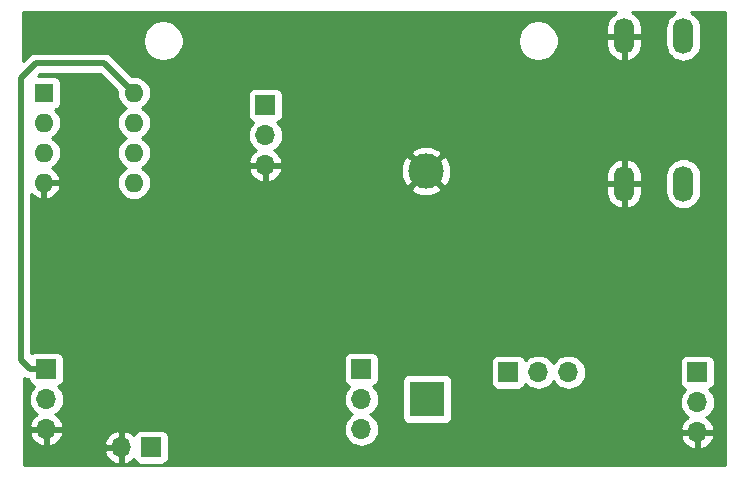
<source format=gbr>
G04 #@! TF.GenerationSoftware,KiCad,Pcbnew,(5.1.2-1)-1*
G04 #@! TF.CreationDate,2020-01-28T06:09:07-07:00*
G04 #@! TF.ProjectId,tiny_stick,74696e79-5f73-4746-9963-6b2e6b696361,rev?*
G04 #@! TF.SameCoordinates,Original*
G04 #@! TF.FileFunction,Copper,L2,Bot*
G04 #@! TF.FilePolarity,Positive*
%FSLAX46Y46*%
G04 Gerber Fmt 4.6, Leading zero omitted, Abs format (unit mm)*
G04 Created by KiCad (PCBNEW (5.1.2-1)-1) date 2020-01-28 06:09:07*
%MOMM*%
%LPD*%
G04 APERTURE LIST*
%ADD10O,1.600000X1.600000*%
%ADD11R,1.600000X1.600000*%
%ADD12O,1.727200X3.048000*%
%ADD13O,1.700000X1.700000*%
%ADD14R,1.700000X1.700000*%
%ADD15R,3.000000X3.000000*%
%ADD16C,3.000000*%
%ADD17C,0.508000*%
%ADD18C,0.254000*%
G04 APERTURE END LIST*
D10*
X95300800Y-72364600D03*
X87680800Y-79984600D03*
X95300800Y-74904600D03*
X87680800Y-77444600D03*
X95300800Y-77444600D03*
X87680800Y-74904600D03*
X95300800Y-79984600D03*
D11*
X87680800Y-72364600D03*
D12*
X136808200Y-67564000D03*
X141808200Y-67564000D03*
X136808200Y-80064000D03*
X141808200Y-80064000D03*
D13*
X132080000Y-96012000D03*
X129540000Y-96012000D03*
D14*
X127000000Y-96012000D03*
D13*
X106426000Y-78486000D03*
X106426000Y-75946000D03*
D14*
X106426000Y-73406000D03*
D13*
X114554000Y-100838000D03*
X114554000Y-98298000D03*
D14*
X114554000Y-95758000D03*
D13*
X94234000Y-102362000D03*
D14*
X96774000Y-102362000D03*
D13*
X143002000Y-101092000D03*
X143002000Y-98552000D03*
D14*
X143002000Y-96012000D03*
D13*
X87884000Y-100838000D03*
X87884000Y-98298000D03*
D14*
X87884000Y-95758000D03*
D15*
X120142000Y-98298000D03*
D16*
X120042000Y-78998000D03*
D17*
X94500801Y-71564601D02*
X95300800Y-72364600D01*
X94046799Y-71110599D02*
X94500801Y-71564601D01*
X92786200Y-69850000D02*
X94500801Y-71564601D01*
X86995000Y-69850000D02*
X92786200Y-69850000D01*
X85725000Y-94957000D02*
X85725000Y-71120000D01*
X85725000Y-71120000D02*
X86995000Y-69850000D01*
X86526000Y-95758000D02*
X85725000Y-94957000D01*
X87884000Y-95758000D02*
X86526000Y-95758000D01*
D18*
G36*
X136081219Y-65587002D02*
G01*
X135838332Y-65754127D01*
X135632717Y-65965426D01*
X135472275Y-66212778D01*
X135363172Y-66486678D01*
X135309600Y-66776600D01*
X135309600Y-67437000D01*
X136681200Y-67437000D01*
X136681200Y-67417000D01*
X136935200Y-67417000D01*
X136935200Y-67437000D01*
X138306800Y-67437000D01*
X138306800Y-66776600D01*
X138253228Y-66486678D01*
X138144125Y-66212778D01*
X137983683Y-65965426D01*
X137778068Y-65754127D01*
X137535181Y-65587002D01*
X137465454Y-65557000D01*
X141148450Y-65557000D01*
X140971595Y-65651531D01*
X140743404Y-65838803D01*
X140556132Y-66066994D01*
X140416975Y-66327336D01*
X140331284Y-66609823D01*
X140309600Y-66829981D01*
X140309600Y-68298018D01*
X140331284Y-68518176D01*
X140416975Y-68800663D01*
X140556131Y-69061005D01*
X140743403Y-69289197D01*
X140971594Y-69476469D01*
X141231936Y-69615625D01*
X141514423Y-69701316D01*
X141808200Y-69730251D01*
X142101976Y-69701316D01*
X142384463Y-69615625D01*
X142644805Y-69476469D01*
X142872997Y-69289197D01*
X143060269Y-69061006D01*
X143199425Y-68800664D01*
X143285116Y-68518177D01*
X143306800Y-68298019D01*
X143306800Y-66829981D01*
X143285116Y-66609823D01*
X143199425Y-66327336D01*
X143060269Y-66066994D01*
X142872997Y-65838803D01*
X142644806Y-65651531D01*
X142467951Y-65557000D01*
X145390000Y-65557000D01*
X145390001Y-103886000D01*
X86042083Y-103886000D01*
X86038244Y-102718891D01*
X92792519Y-102718891D01*
X92889843Y-102993252D01*
X93038822Y-103243355D01*
X93233731Y-103459588D01*
X93467080Y-103633641D01*
X93729901Y-103758825D01*
X93877110Y-103803476D01*
X94107000Y-103682155D01*
X94107000Y-102489000D01*
X92913186Y-102489000D01*
X92792519Y-102718891D01*
X86038244Y-102718891D01*
X86033231Y-101194890D01*
X86442524Y-101194890D01*
X86487175Y-101342099D01*
X86612359Y-101604920D01*
X86786412Y-101838269D01*
X87002645Y-102033178D01*
X87252748Y-102182157D01*
X87527109Y-102279481D01*
X87757000Y-102158814D01*
X87757000Y-100965000D01*
X88011000Y-100965000D01*
X88011000Y-102158814D01*
X88240891Y-102279481D01*
X88515252Y-102182157D01*
X88765355Y-102033178D01*
X88796494Y-102005109D01*
X92792519Y-102005109D01*
X92913186Y-102235000D01*
X94107000Y-102235000D01*
X94107000Y-101041845D01*
X94361000Y-101041845D01*
X94361000Y-102235000D01*
X94381000Y-102235000D01*
X94381000Y-102489000D01*
X94361000Y-102489000D01*
X94361000Y-103682155D01*
X94590890Y-103803476D01*
X94738099Y-103758825D01*
X95000920Y-103633641D01*
X95234269Y-103459588D01*
X95310034Y-103375534D01*
X95334498Y-103456180D01*
X95393463Y-103566494D01*
X95472815Y-103663185D01*
X95569506Y-103742537D01*
X95679820Y-103801502D01*
X95799518Y-103837812D01*
X95924000Y-103850072D01*
X97624000Y-103850072D01*
X97748482Y-103837812D01*
X97868180Y-103801502D01*
X97978494Y-103742537D01*
X98075185Y-103663185D01*
X98154537Y-103566494D01*
X98213502Y-103456180D01*
X98249812Y-103336482D01*
X98262072Y-103212000D01*
X98262072Y-101512000D01*
X98249812Y-101387518D01*
X98213502Y-101267820D01*
X98154537Y-101157506D01*
X98075185Y-101060815D01*
X97978494Y-100981463D01*
X97868180Y-100922498D01*
X97748482Y-100886188D01*
X97624000Y-100873928D01*
X95924000Y-100873928D01*
X95799518Y-100886188D01*
X95679820Y-100922498D01*
X95569506Y-100981463D01*
X95472815Y-101060815D01*
X95393463Y-101157506D01*
X95334498Y-101267820D01*
X95310034Y-101348466D01*
X95234269Y-101264412D01*
X95000920Y-101090359D01*
X94738099Y-100965175D01*
X94590890Y-100920524D01*
X94361000Y-101041845D01*
X94107000Y-101041845D01*
X93877110Y-100920524D01*
X93729901Y-100965175D01*
X93467080Y-101090359D01*
X93233731Y-101264412D01*
X93038822Y-101480645D01*
X92889843Y-101730748D01*
X92792519Y-102005109D01*
X88796494Y-102005109D01*
X88981588Y-101838269D01*
X89155641Y-101604920D01*
X89280825Y-101342099D01*
X89325476Y-101194890D01*
X89204155Y-100965000D01*
X88011000Y-100965000D01*
X87757000Y-100965000D01*
X86563845Y-100965000D01*
X86442524Y-101194890D01*
X86033231Y-101194890D01*
X86017757Y-96490944D01*
X86029709Y-96500753D01*
X86184149Y-96583303D01*
X86265566Y-96608000D01*
X86351725Y-96634136D01*
X86370073Y-96635943D01*
X86398960Y-96638788D01*
X86408188Y-96732482D01*
X86444498Y-96852180D01*
X86503463Y-96962494D01*
X86582815Y-97059185D01*
X86679506Y-97138537D01*
X86789820Y-97197502D01*
X86858687Y-97218393D01*
X86828866Y-97242866D01*
X86643294Y-97468986D01*
X86505401Y-97726966D01*
X86420487Y-98006889D01*
X86391815Y-98298000D01*
X86420487Y-98589111D01*
X86505401Y-98869034D01*
X86643294Y-99127014D01*
X86828866Y-99353134D01*
X87054986Y-99538706D01*
X87119523Y-99573201D01*
X87002645Y-99642822D01*
X86786412Y-99837731D01*
X86612359Y-100071080D01*
X86487175Y-100333901D01*
X86442524Y-100481110D01*
X86563845Y-100711000D01*
X87757000Y-100711000D01*
X87757000Y-100691000D01*
X88011000Y-100691000D01*
X88011000Y-100711000D01*
X89204155Y-100711000D01*
X89325476Y-100481110D01*
X89280825Y-100333901D01*
X89155641Y-100071080D01*
X88981588Y-99837731D01*
X88765355Y-99642822D01*
X88648477Y-99573201D01*
X88713014Y-99538706D01*
X88939134Y-99353134D01*
X89124706Y-99127014D01*
X89262599Y-98869034D01*
X89347513Y-98589111D01*
X89376185Y-98298000D01*
X113061815Y-98298000D01*
X113090487Y-98589111D01*
X113175401Y-98869034D01*
X113313294Y-99127014D01*
X113498866Y-99353134D01*
X113724986Y-99538706D01*
X113779791Y-99568000D01*
X113724986Y-99597294D01*
X113498866Y-99782866D01*
X113313294Y-100008986D01*
X113175401Y-100266966D01*
X113090487Y-100546889D01*
X113061815Y-100838000D01*
X113090487Y-101129111D01*
X113175401Y-101409034D01*
X113313294Y-101667014D01*
X113498866Y-101893134D01*
X113724986Y-102078706D01*
X113982966Y-102216599D01*
X114262889Y-102301513D01*
X114481050Y-102323000D01*
X114626950Y-102323000D01*
X114845111Y-102301513D01*
X115125034Y-102216599D01*
X115383014Y-102078706D01*
X115609134Y-101893134D01*
X115794706Y-101667014D01*
X115911295Y-101448890D01*
X141560524Y-101448890D01*
X141605175Y-101596099D01*
X141730359Y-101858920D01*
X141904412Y-102092269D01*
X142120645Y-102287178D01*
X142370748Y-102436157D01*
X142645109Y-102533481D01*
X142875000Y-102412814D01*
X142875000Y-101219000D01*
X143129000Y-101219000D01*
X143129000Y-102412814D01*
X143358891Y-102533481D01*
X143633252Y-102436157D01*
X143883355Y-102287178D01*
X144099588Y-102092269D01*
X144273641Y-101858920D01*
X144398825Y-101596099D01*
X144443476Y-101448890D01*
X144322155Y-101219000D01*
X143129000Y-101219000D01*
X142875000Y-101219000D01*
X141681845Y-101219000D01*
X141560524Y-101448890D01*
X115911295Y-101448890D01*
X115932599Y-101409034D01*
X116017513Y-101129111D01*
X116046185Y-100838000D01*
X116017513Y-100546889D01*
X115932599Y-100266966D01*
X115794706Y-100008986D01*
X115609134Y-99782866D01*
X115383014Y-99597294D01*
X115328209Y-99568000D01*
X115383014Y-99538706D01*
X115609134Y-99353134D01*
X115794706Y-99127014D01*
X115932599Y-98869034D01*
X116017513Y-98589111D01*
X116046185Y-98298000D01*
X116017513Y-98006889D01*
X115932599Y-97726966D01*
X115794706Y-97468986D01*
X115609134Y-97242866D01*
X115579313Y-97218393D01*
X115648180Y-97197502D01*
X115758494Y-97138537D01*
X115855185Y-97059185D01*
X115934537Y-96962494D01*
X115993502Y-96852180D01*
X116009937Y-96798000D01*
X118003928Y-96798000D01*
X118003928Y-99798000D01*
X118016188Y-99922482D01*
X118052498Y-100042180D01*
X118111463Y-100152494D01*
X118190815Y-100249185D01*
X118287506Y-100328537D01*
X118397820Y-100387502D01*
X118517518Y-100423812D01*
X118642000Y-100436072D01*
X121642000Y-100436072D01*
X121766482Y-100423812D01*
X121886180Y-100387502D01*
X121996494Y-100328537D01*
X122093185Y-100249185D01*
X122172537Y-100152494D01*
X122231502Y-100042180D01*
X122267812Y-99922482D01*
X122280072Y-99798000D01*
X122280072Y-98552000D01*
X141509815Y-98552000D01*
X141538487Y-98843111D01*
X141623401Y-99123034D01*
X141761294Y-99381014D01*
X141946866Y-99607134D01*
X142172986Y-99792706D01*
X142237523Y-99827201D01*
X142120645Y-99896822D01*
X141904412Y-100091731D01*
X141730359Y-100325080D01*
X141605175Y-100587901D01*
X141560524Y-100735110D01*
X141681845Y-100965000D01*
X142875000Y-100965000D01*
X142875000Y-100945000D01*
X143129000Y-100945000D01*
X143129000Y-100965000D01*
X144322155Y-100965000D01*
X144443476Y-100735110D01*
X144398825Y-100587901D01*
X144273641Y-100325080D01*
X144099588Y-100091731D01*
X143883355Y-99896822D01*
X143766477Y-99827201D01*
X143831014Y-99792706D01*
X144057134Y-99607134D01*
X144242706Y-99381014D01*
X144380599Y-99123034D01*
X144465513Y-98843111D01*
X144494185Y-98552000D01*
X144465513Y-98260889D01*
X144380599Y-97980966D01*
X144242706Y-97722986D01*
X144057134Y-97496866D01*
X144027313Y-97472393D01*
X144096180Y-97451502D01*
X144206494Y-97392537D01*
X144303185Y-97313185D01*
X144382537Y-97216494D01*
X144441502Y-97106180D01*
X144477812Y-96986482D01*
X144490072Y-96862000D01*
X144490072Y-95162000D01*
X144477812Y-95037518D01*
X144441502Y-94917820D01*
X144382537Y-94807506D01*
X144303185Y-94710815D01*
X144206494Y-94631463D01*
X144096180Y-94572498D01*
X143976482Y-94536188D01*
X143852000Y-94523928D01*
X142152000Y-94523928D01*
X142027518Y-94536188D01*
X141907820Y-94572498D01*
X141797506Y-94631463D01*
X141700815Y-94710815D01*
X141621463Y-94807506D01*
X141562498Y-94917820D01*
X141526188Y-95037518D01*
X141513928Y-95162000D01*
X141513928Y-96862000D01*
X141526188Y-96986482D01*
X141562498Y-97106180D01*
X141621463Y-97216494D01*
X141700815Y-97313185D01*
X141797506Y-97392537D01*
X141907820Y-97451502D01*
X141976687Y-97472393D01*
X141946866Y-97496866D01*
X141761294Y-97722986D01*
X141623401Y-97980966D01*
X141538487Y-98260889D01*
X141509815Y-98552000D01*
X122280072Y-98552000D01*
X122280072Y-96798000D01*
X122267812Y-96673518D01*
X122231502Y-96553820D01*
X122172537Y-96443506D01*
X122093185Y-96346815D01*
X121996494Y-96267463D01*
X121886180Y-96208498D01*
X121766482Y-96172188D01*
X121642000Y-96159928D01*
X118642000Y-96159928D01*
X118517518Y-96172188D01*
X118397820Y-96208498D01*
X118287506Y-96267463D01*
X118190815Y-96346815D01*
X118111463Y-96443506D01*
X118052498Y-96553820D01*
X118016188Y-96673518D01*
X118003928Y-96798000D01*
X116009937Y-96798000D01*
X116029812Y-96732482D01*
X116042072Y-96608000D01*
X116042072Y-95162000D01*
X125511928Y-95162000D01*
X125511928Y-96862000D01*
X125524188Y-96986482D01*
X125560498Y-97106180D01*
X125619463Y-97216494D01*
X125698815Y-97313185D01*
X125795506Y-97392537D01*
X125905820Y-97451502D01*
X126025518Y-97487812D01*
X126150000Y-97500072D01*
X127850000Y-97500072D01*
X127974482Y-97487812D01*
X128094180Y-97451502D01*
X128204494Y-97392537D01*
X128301185Y-97313185D01*
X128380537Y-97216494D01*
X128439502Y-97106180D01*
X128460393Y-97037313D01*
X128484866Y-97067134D01*
X128710986Y-97252706D01*
X128968966Y-97390599D01*
X129248889Y-97475513D01*
X129467050Y-97497000D01*
X129612950Y-97497000D01*
X129831111Y-97475513D01*
X130111034Y-97390599D01*
X130369014Y-97252706D01*
X130595134Y-97067134D01*
X130780706Y-96841014D01*
X130810000Y-96786209D01*
X130839294Y-96841014D01*
X131024866Y-97067134D01*
X131250986Y-97252706D01*
X131508966Y-97390599D01*
X131788889Y-97475513D01*
X132007050Y-97497000D01*
X132152950Y-97497000D01*
X132371111Y-97475513D01*
X132651034Y-97390599D01*
X132909014Y-97252706D01*
X133135134Y-97067134D01*
X133320706Y-96841014D01*
X133458599Y-96583034D01*
X133543513Y-96303111D01*
X133572185Y-96012000D01*
X133543513Y-95720889D01*
X133458599Y-95440966D01*
X133320706Y-95182986D01*
X133135134Y-94956866D01*
X132909014Y-94771294D01*
X132651034Y-94633401D01*
X132371111Y-94548487D01*
X132152950Y-94527000D01*
X132007050Y-94527000D01*
X131788889Y-94548487D01*
X131508966Y-94633401D01*
X131250986Y-94771294D01*
X131024866Y-94956866D01*
X130839294Y-95182986D01*
X130810000Y-95237791D01*
X130780706Y-95182986D01*
X130595134Y-94956866D01*
X130369014Y-94771294D01*
X130111034Y-94633401D01*
X129831111Y-94548487D01*
X129612950Y-94527000D01*
X129467050Y-94527000D01*
X129248889Y-94548487D01*
X128968966Y-94633401D01*
X128710986Y-94771294D01*
X128484866Y-94956866D01*
X128460393Y-94986687D01*
X128439502Y-94917820D01*
X128380537Y-94807506D01*
X128301185Y-94710815D01*
X128204494Y-94631463D01*
X128094180Y-94572498D01*
X127974482Y-94536188D01*
X127850000Y-94523928D01*
X126150000Y-94523928D01*
X126025518Y-94536188D01*
X125905820Y-94572498D01*
X125795506Y-94631463D01*
X125698815Y-94710815D01*
X125619463Y-94807506D01*
X125560498Y-94917820D01*
X125524188Y-95037518D01*
X125511928Y-95162000D01*
X116042072Y-95162000D01*
X116042072Y-94908000D01*
X116029812Y-94783518D01*
X115993502Y-94663820D01*
X115934537Y-94553506D01*
X115855185Y-94456815D01*
X115758494Y-94377463D01*
X115648180Y-94318498D01*
X115528482Y-94282188D01*
X115404000Y-94269928D01*
X113704000Y-94269928D01*
X113579518Y-94282188D01*
X113459820Y-94318498D01*
X113349506Y-94377463D01*
X113252815Y-94456815D01*
X113173463Y-94553506D01*
X113114498Y-94663820D01*
X113078188Y-94783518D01*
X113065928Y-94908000D01*
X113065928Y-96608000D01*
X113078188Y-96732482D01*
X113114498Y-96852180D01*
X113173463Y-96962494D01*
X113252815Y-97059185D01*
X113349506Y-97138537D01*
X113459820Y-97197502D01*
X113528687Y-97218393D01*
X113498866Y-97242866D01*
X113313294Y-97468986D01*
X113175401Y-97726966D01*
X113090487Y-98006889D01*
X113061815Y-98298000D01*
X89376185Y-98298000D01*
X89347513Y-98006889D01*
X89262599Y-97726966D01*
X89124706Y-97468986D01*
X88939134Y-97242866D01*
X88909313Y-97218393D01*
X88978180Y-97197502D01*
X89088494Y-97138537D01*
X89185185Y-97059185D01*
X89264537Y-96962494D01*
X89323502Y-96852180D01*
X89359812Y-96732482D01*
X89372072Y-96608000D01*
X89372072Y-94908000D01*
X89359812Y-94783518D01*
X89323502Y-94663820D01*
X89264537Y-94553506D01*
X89185185Y-94456815D01*
X89088494Y-94377463D01*
X88978180Y-94318498D01*
X88858482Y-94282188D01*
X88734000Y-94269928D01*
X87034000Y-94269928D01*
X86909518Y-94282188D01*
X86789820Y-94318498D01*
X86679506Y-94377463D01*
X86614000Y-94431222D01*
X86614000Y-80943588D01*
X86617281Y-80948014D01*
X86825669Y-81136985D01*
X87066919Y-81281670D01*
X87331760Y-81376509D01*
X87553800Y-81255224D01*
X87553800Y-80111600D01*
X87807800Y-80111600D01*
X87807800Y-81255224D01*
X88029840Y-81376509D01*
X88294681Y-81281670D01*
X88535931Y-81136985D01*
X88744319Y-80948014D01*
X88911837Y-80722020D01*
X89032046Y-80467687D01*
X89072704Y-80333639D01*
X88950715Y-80111600D01*
X87807800Y-80111600D01*
X87553800Y-80111600D01*
X87533800Y-80111600D01*
X87533800Y-79857600D01*
X87553800Y-79857600D01*
X87553800Y-79837600D01*
X87807800Y-79837600D01*
X87807800Y-79857600D01*
X88950715Y-79857600D01*
X89072704Y-79635561D01*
X89032046Y-79501513D01*
X88911837Y-79247180D01*
X88744319Y-79021186D01*
X88535931Y-78832215D01*
X88344118Y-78717179D01*
X88481901Y-78643532D01*
X88700408Y-78464208D01*
X88879732Y-78245701D01*
X89012982Y-77996408D01*
X89095036Y-77725909D01*
X89122743Y-77444600D01*
X89095036Y-77163291D01*
X89012982Y-76892792D01*
X88879732Y-76643499D01*
X88700408Y-76424992D01*
X88481901Y-76245668D01*
X88348942Y-76174600D01*
X88481901Y-76103532D01*
X88700408Y-75924208D01*
X88879732Y-75705701D01*
X89012982Y-75456408D01*
X89095036Y-75185909D01*
X89122743Y-74904600D01*
X89095036Y-74623291D01*
X89012982Y-74352792D01*
X88879732Y-74103499D01*
X88700408Y-73884992D01*
X88587318Y-73792181D01*
X88605282Y-73790412D01*
X88724980Y-73754102D01*
X88835294Y-73695137D01*
X88931985Y-73615785D01*
X89011337Y-73519094D01*
X89070302Y-73408780D01*
X89106612Y-73289082D01*
X89118872Y-73164600D01*
X89118872Y-71564600D01*
X89106612Y-71440118D01*
X89070302Y-71320420D01*
X89011337Y-71210106D01*
X88931985Y-71113415D01*
X88835294Y-71034063D01*
X88724980Y-70975098D01*
X88605282Y-70938788D01*
X88480800Y-70926528D01*
X87175708Y-70926528D01*
X87363236Y-70739000D01*
X92417965Y-70739000D01*
X93875418Y-72196454D01*
X93858857Y-72364600D01*
X93886564Y-72645909D01*
X93968618Y-72916408D01*
X94101868Y-73165701D01*
X94281192Y-73384208D01*
X94499699Y-73563532D01*
X94632658Y-73634600D01*
X94499699Y-73705668D01*
X94281192Y-73884992D01*
X94101868Y-74103499D01*
X93968618Y-74352792D01*
X93886564Y-74623291D01*
X93858857Y-74904600D01*
X93886564Y-75185909D01*
X93968618Y-75456408D01*
X94101868Y-75705701D01*
X94281192Y-75924208D01*
X94499699Y-76103532D01*
X94632658Y-76174600D01*
X94499699Y-76245668D01*
X94281192Y-76424992D01*
X94101868Y-76643499D01*
X93968618Y-76892792D01*
X93886564Y-77163291D01*
X93858857Y-77444600D01*
X93886564Y-77725909D01*
X93968618Y-77996408D01*
X94101868Y-78245701D01*
X94281192Y-78464208D01*
X94499699Y-78643532D01*
X94632658Y-78714600D01*
X94499699Y-78785668D01*
X94281192Y-78964992D01*
X94101868Y-79183499D01*
X93968618Y-79432792D01*
X93886564Y-79703291D01*
X93858857Y-79984600D01*
X93886564Y-80265909D01*
X93968618Y-80536408D01*
X94101868Y-80785701D01*
X94281192Y-81004208D01*
X94499699Y-81183532D01*
X94748992Y-81316782D01*
X95019491Y-81398836D01*
X95230308Y-81419600D01*
X95371292Y-81419600D01*
X95582109Y-81398836D01*
X95852608Y-81316782D01*
X96101901Y-81183532D01*
X96320408Y-81004208D01*
X96499732Y-80785701D01*
X96632982Y-80536408D01*
X96647164Y-80489653D01*
X118729952Y-80489653D01*
X118885962Y-80805214D01*
X119260745Y-80996020D01*
X119665551Y-81110044D01*
X120084824Y-81142902D01*
X120502451Y-81093334D01*
X120902383Y-80963243D01*
X121198038Y-80805214D01*
X121354048Y-80489653D01*
X120042000Y-79177605D01*
X118729952Y-80489653D01*
X96647164Y-80489653D01*
X96715036Y-80265909D01*
X96742743Y-79984600D01*
X96715036Y-79703291D01*
X96632982Y-79432792D01*
X96499732Y-79183499D01*
X96320408Y-78964992D01*
X96171627Y-78842890D01*
X104984524Y-78842890D01*
X105029175Y-78990099D01*
X105154359Y-79252920D01*
X105328412Y-79486269D01*
X105544645Y-79681178D01*
X105794748Y-79830157D01*
X106069109Y-79927481D01*
X106299000Y-79806814D01*
X106299000Y-78613000D01*
X106553000Y-78613000D01*
X106553000Y-79806814D01*
X106782891Y-79927481D01*
X107057252Y-79830157D01*
X107307355Y-79681178D01*
X107523588Y-79486269D01*
X107697641Y-79252920D01*
X107798664Y-79040824D01*
X117897098Y-79040824D01*
X117946666Y-79458451D01*
X118076757Y-79858383D01*
X118234786Y-80154038D01*
X118550347Y-80310048D01*
X119862395Y-78998000D01*
X120221605Y-78998000D01*
X121533653Y-80310048D01*
X121774451Y-80191000D01*
X135309600Y-80191000D01*
X135309600Y-80851400D01*
X135363172Y-81141322D01*
X135472275Y-81415222D01*
X135632717Y-81662574D01*
X135838332Y-81873873D01*
X136081219Y-82040998D01*
X136352043Y-82157527D01*
X136449174Y-82179358D01*
X136681200Y-82058217D01*
X136681200Y-80191000D01*
X136935200Y-80191000D01*
X136935200Y-82058217D01*
X137167226Y-82179358D01*
X137264357Y-82157527D01*
X137535181Y-82040998D01*
X137778068Y-81873873D01*
X137983683Y-81662574D01*
X138144125Y-81415222D01*
X138253228Y-81141322D01*
X138306800Y-80851400D01*
X138306800Y-80191000D01*
X136935200Y-80191000D01*
X136681200Y-80191000D01*
X135309600Y-80191000D01*
X121774451Y-80191000D01*
X121849214Y-80154038D01*
X122040020Y-79779255D01*
X122154044Y-79374449D01*
X122161712Y-79276600D01*
X135309600Y-79276600D01*
X135309600Y-79937000D01*
X136681200Y-79937000D01*
X136681200Y-78069783D01*
X136935200Y-78069783D01*
X136935200Y-79937000D01*
X138306800Y-79937000D01*
X138306800Y-79329981D01*
X140309600Y-79329981D01*
X140309600Y-80798018D01*
X140331284Y-81018176D01*
X140416975Y-81300663D01*
X140556131Y-81561005D01*
X140743403Y-81789197D01*
X140971594Y-81976469D01*
X141231936Y-82115625D01*
X141514423Y-82201316D01*
X141808200Y-82230251D01*
X142101976Y-82201316D01*
X142384463Y-82115625D01*
X142644805Y-81976469D01*
X142872997Y-81789197D01*
X143060269Y-81561006D01*
X143199425Y-81300664D01*
X143285116Y-81018177D01*
X143306800Y-80798019D01*
X143306800Y-79329981D01*
X143285116Y-79109823D01*
X143199425Y-78827336D01*
X143060269Y-78566994D01*
X142872997Y-78338803D01*
X142644806Y-78151531D01*
X142384464Y-78012375D01*
X142101977Y-77926684D01*
X141808200Y-77897749D01*
X141514424Y-77926684D01*
X141231937Y-78012375D01*
X140971595Y-78151531D01*
X140743404Y-78338803D01*
X140556132Y-78566994D01*
X140416975Y-78827336D01*
X140331284Y-79109823D01*
X140309600Y-79329981D01*
X138306800Y-79329981D01*
X138306800Y-79276600D01*
X138253228Y-78986678D01*
X138144125Y-78712778D01*
X137983683Y-78465426D01*
X137778068Y-78254127D01*
X137535181Y-78087002D01*
X137264357Y-77970473D01*
X137167226Y-77948642D01*
X136935200Y-78069783D01*
X136681200Y-78069783D01*
X136449174Y-77948642D01*
X136352043Y-77970473D01*
X136081219Y-78087002D01*
X135838332Y-78254127D01*
X135632717Y-78465426D01*
X135472275Y-78712778D01*
X135363172Y-78986678D01*
X135309600Y-79276600D01*
X122161712Y-79276600D01*
X122186902Y-78955176D01*
X122137334Y-78537549D01*
X122007243Y-78137617D01*
X121849214Y-77841962D01*
X121533653Y-77685952D01*
X120221605Y-78998000D01*
X119862395Y-78998000D01*
X118550347Y-77685952D01*
X118234786Y-77841962D01*
X118043980Y-78216745D01*
X117929956Y-78621551D01*
X117897098Y-79040824D01*
X107798664Y-79040824D01*
X107822825Y-78990099D01*
X107867476Y-78842890D01*
X107746155Y-78613000D01*
X106553000Y-78613000D01*
X106299000Y-78613000D01*
X105105845Y-78613000D01*
X104984524Y-78842890D01*
X96171627Y-78842890D01*
X96101901Y-78785668D01*
X95968942Y-78714600D01*
X96101901Y-78643532D01*
X96320408Y-78464208D01*
X96499732Y-78245701D01*
X96632982Y-77996408D01*
X96715036Y-77725909D01*
X96742743Y-77444600D01*
X96715036Y-77163291D01*
X96632982Y-76892792D01*
X96499732Y-76643499D01*
X96320408Y-76424992D01*
X96101901Y-76245668D01*
X95968942Y-76174600D01*
X96101901Y-76103532D01*
X96293854Y-75946000D01*
X104933815Y-75946000D01*
X104962487Y-76237111D01*
X105047401Y-76517034D01*
X105185294Y-76775014D01*
X105370866Y-77001134D01*
X105596986Y-77186706D01*
X105661523Y-77221201D01*
X105544645Y-77290822D01*
X105328412Y-77485731D01*
X105154359Y-77719080D01*
X105029175Y-77981901D01*
X104984524Y-78129110D01*
X105105845Y-78359000D01*
X106299000Y-78359000D01*
X106299000Y-78339000D01*
X106553000Y-78339000D01*
X106553000Y-78359000D01*
X107746155Y-78359000D01*
X107867476Y-78129110D01*
X107822825Y-77981901D01*
X107697641Y-77719080D01*
X107538966Y-77506347D01*
X118729952Y-77506347D01*
X120042000Y-78818395D01*
X121354048Y-77506347D01*
X121198038Y-77190786D01*
X120823255Y-76999980D01*
X120418449Y-76885956D01*
X119999176Y-76853098D01*
X119581549Y-76902666D01*
X119181617Y-77032757D01*
X118885962Y-77190786D01*
X118729952Y-77506347D01*
X107538966Y-77506347D01*
X107523588Y-77485731D01*
X107307355Y-77290822D01*
X107190477Y-77221201D01*
X107255014Y-77186706D01*
X107481134Y-77001134D01*
X107666706Y-76775014D01*
X107804599Y-76517034D01*
X107889513Y-76237111D01*
X107918185Y-75946000D01*
X107889513Y-75654889D01*
X107804599Y-75374966D01*
X107666706Y-75116986D01*
X107481134Y-74890866D01*
X107451313Y-74866393D01*
X107520180Y-74845502D01*
X107630494Y-74786537D01*
X107727185Y-74707185D01*
X107806537Y-74610494D01*
X107865502Y-74500180D01*
X107901812Y-74380482D01*
X107914072Y-74256000D01*
X107914072Y-72556000D01*
X107901812Y-72431518D01*
X107865502Y-72311820D01*
X107806537Y-72201506D01*
X107727185Y-72104815D01*
X107630494Y-72025463D01*
X107520180Y-71966498D01*
X107400482Y-71930188D01*
X107276000Y-71917928D01*
X105576000Y-71917928D01*
X105451518Y-71930188D01*
X105331820Y-71966498D01*
X105221506Y-72025463D01*
X105124815Y-72104815D01*
X105045463Y-72201506D01*
X104986498Y-72311820D01*
X104950188Y-72431518D01*
X104937928Y-72556000D01*
X104937928Y-74256000D01*
X104950188Y-74380482D01*
X104986498Y-74500180D01*
X105045463Y-74610494D01*
X105124815Y-74707185D01*
X105221506Y-74786537D01*
X105331820Y-74845502D01*
X105400687Y-74866393D01*
X105370866Y-74890866D01*
X105185294Y-75116986D01*
X105047401Y-75374966D01*
X104962487Y-75654889D01*
X104933815Y-75946000D01*
X96293854Y-75946000D01*
X96320408Y-75924208D01*
X96499732Y-75705701D01*
X96632982Y-75456408D01*
X96715036Y-75185909D01*
X96742743Y-74904600D01*
X96715036Y-74623291D01*
X96632982Y-74352792D01*
X96499732Y-74103499D01*
X96320408Y-73884992D01*
X96101901Y-73705668D01*
X95968942Y-73634600D01*
X96101901Y-73563532D01*
X96320408Y-73384208D01*
X96499732Y-73165701D01*
X96632982Y-72916408D01*
X96715036Y-72645909D01*
X96742743Y-72364600D01*
X96715036Y-72083291D01*
X96632982Y-71812792D01*
X96499732Y-71563499D01*
X96320408Y-71344992D01*
X96101901Y-71165668D01*
X95852608Y-71032418D01*
X95582109Y-70950364D01*
X95371292Y-70929600D01*
X95230308Y-70929600D01*
X95132654Y-70939218D01*
X93445699Y-69252264D01*
X93417859Y-69218341D01*
X93282491Y-69107247D01*
X93128051Y-69024697D01*
X92960474Y-68973864D01*
X92829867Y-68961000D01*
X92829860Y-68961000D01*
X92786200Y-68956700D01*
X92742540Y-68961000D01*
X87038659Y-68961000D01*
X86994999Y-68956700D01*
X86951339Y-68961000D01*
X86951333Y-68961000D01*
X86853924Y-68970594D01*
X86820724Y-68973864D01*
X86719058Y-69004704D01*
X86653149Y-69024697D01*
X86498709Y-69107247D01*
X86363341Y-69218341D01*
X86335506Y-69252259D01*
X85929491Y-69658274D01*
X85923294Y-67774117D01*
X96055000Y-67774117D01*
X96055000Y-68115883D01*
X96121675Y-68451081D01*
X96252463Y-68766831D01*
X96442337Y-69050998D01*
X96684002Y-69292663D01*
X96968169Y-69482537D01*
X97283919Y-69613325D01*
X97619117Y-69680000D01*
X97960883Y-69680000D01*
X98296081Y-69613325D01*
X98611831Y-69482537D01*
X98895998Y-69292663D01*
X99137663Y-69050998D01*
X99327537Y-68766831D01*
X99458325Y-68451081D01*
X99525000Y-68115883D01*
X99525000Y-67774117D01*
X127805000Y-67774117D01*
X127805000Y-68115883D01*
X127871675Y-68451081D01*
X128002463Y-68766831D01*
X128192337Y-69050998D01*
X128434002Y-69292663D01*
X128718169Y-69482537D01*
X129033919Y-69613325D01*
X129369117Y-69680000D01*
X129710883Y-69680000D01*
X130046081Y-69613325D01*
X130361831Y-69482537D01*
X130645998Y-69292663D01*
X130887663Y-69050998D01*
X131077537Y-68766831D01*
X131208325Y-68451081D01*
X131275000Y-68115883D01*
X131275000Y-67774117D01*
X131258468Y-67691000D01*
X135309600Y-67691000D01*
X135309600Y-68351400D01*
X135363172Y-68641322D01*
X135472275Y-68915222D01*
X135632717Y-69162574D01*
X135838332Y-69373873D01*
X136081219Y-69540998D01*
X136352043Y-69657527D01*
X136449174Y-69679358D01*
X136681200Y-69558217D01*
X136681200Y-67691000D01*
X136935200Y-67691000D01*
X136935200Y-69558217D01*
X137167226Y-69679358D01*
X137264357Y-69657527D01*
X137535181Y-69540998D01*
X137778068Y-69373873D01*
X137983683Y-69162574D01*
X138144125Y-68915222D01*
X138253228Y-68641322D01*
X138306800Y-68351400D01*
X138306800Y-67691000D01*
X136935200Y-67691000D01*
X136681200Y-67691000D01*
X135309600Y-67691000D01*
X131258468Y-67691000D01*
X131208325Y-67438919D01*
X131077537Y-67123169D01*
X130887663Y-66839002D01*
X130645998Y-66597337D01*
X130361831Y-66407463D01*
X130046081Y-66276675D01*
X129710883Y-66210000D01*
X129369117Y-66210000D01*
X129033919Y-66276675D01*
X128718169Y-66407463D01*
X128434002Y-66597337D01*
X128192337Y-66839002D01*
X128002463Y-67123169D01*
X127871675Y-67438919D01*
X127805000Y-67774117D01*
X99525000Y-67774117D01*
X99458325Y-67438919D01*
X99327537Y-67123169D01*
X99137663Y-66839002D01*
X98895998Y-66597337D01*
X98611831Y-66407463D01*
X98296081Y-66276675D01*
X97960883Y-66210000D01*
X97619117Y-66210000D01*
X97283919Y-66276675D01*
X96968169Y-66407463D01*
X96684002Y-66597337D01*
X96442337Y-66839002D01*
X96252463Y-67123169D01*
X96121675Y-67438919D01*
X96055000Y-67774117D01*
X85923294Y-67774117D01*
X85916000Y-65557000D01*
X136150946Y-65557000D01*
X136081219Y-65587002D01*
X136081219Y-65587002D01*
G37*
X136081219Y-65587002D02*
X135838332Y-65754127D01*
X135632717Y-65965426D01*
X135472275Y-66212778D01*
X135363172Y-66486678D01*
X135309600Y-66776600D01*
X135309600Y-67437000D01*
X136681200Y-67437000D01*
X136681200Y-67417000D01*
X136935200Y-67417000D01*
X136935200Y-67437000D01*
X138306800Y-67437000D01*
X138306800Y-66776600D01*
X138253228Y-66486678D01*
X138144125Y-66212778D01*
X137983683Y-65965426D01*
X137778068Y-65754127D01*
X137535181Y-65587002D01*
X137465454Y-65557000D01*
X141148450Y-65557000D01*
X140971595Y-65651531D01*
X140743404Y-65838803D01*
X140556132Y-66066994D01*
X140416975Y-66327336D01*
X140331284Y-66609823D01*
X140309600Y-66829981D01*
X140309600Y-68298018D01*
X140331284Y-68518176D01*
X140416975Y-68800663D01*
X140556131Y-69061005D01*
X140743403Y-69289197D01*
X140971594Y-69476469D01*
X141231936Y-69615625D01*
X141514423Y-69701316D01*
X141808200Y-69730251D01*
X142101976Y-69701316D01*
X142384463Y-69615625D01*
X142644805Y-69476469D01*
X142872997Y-69289197D01*
X143060269Y-69061006D01*
X143199425Y-68800664D01*
X143285116Y-68518177D01*
X143306800Y-68298019D01*
X143306800Y-66829981D01*
X143285116Y-66609823D01*
X143199425Y-66327336D01*
X143060269Y-66066994D01*
X142872997Y-65838803D01*
X142644806Y-65651531D01*
X142467951Y-65557000D01*
X145390000Y-65557000D01*
X145390001Y-103886000D01*
X86042083Y-103886000D01*
X86038244Y-102718891D01*
X92792519Y-102718891D01*
X92889843Y-102993252D01*
X93038822Y-103243355D01*
X93233731Y-103459588D01*
X93467080Y-103633641D01*
X93729901Y-103758825D01*
X93877110Y-103803476D01*
X94107000Y-103682155D01*
X94107000Y-102489000D01*
X92913186Y-102489000D01*
X92792519Y-102718891D01*
X86038244Y-102718891D01*
X86033231Y-101194890D01*
X86442524Y-101194890D01*
X86487175Y-101342099D01*
X86612359Y-101604920D01*
X86786412Y-101838269D01*
X87002645Y-102033178D01*
X87252748Y-102182157D01*
X87527109Y-102279481D01*
X87757000Y-102158814D01*
X87757000Y-100965000D01*
X88011000Y-100965000D01*
X88011000Y-102158814D01*
X88240891Y-102279481D01*
X88515252Y-102182157D01*
X88765355Y-102033178D01*
X88796494Y-102005109D01*
X92792519Y-102005109D01*
X92913186Y-102235000D01*
X94107000Y-102235000D01*
X94107000Y-101041845D01*
X94361000Y-101041845D01*
X94361000Y-102235000D01*
X94381000Y-102235000D01*
X94381000Y-102489000D01*
X94361000Y-102489000D01*
X94361000Y-103682155D01*
X94590890Y-103803476D01*
X94738099Y-103758825D01*
X95000920Y-103633641D01*
X95234269Y-103459588D01*
X95310034Y-103375534D01*
X95334498Y-103456180D01*
X95393463Y-103566494D01*
X95472815Y-103663185D01*
X95569506Y-103742537D01*
X95679820Y-103801502D01*
X95799518Y-103837812D01*
X95924000Y-103850072D01*
X97624000Y-103850072D01*
X97748482Y-103837812D01*
X97868180Y-103801502D01*
X97978494Y-103742537D01*
X98075185Y-103663185D01*
X98154537Y-103566494D01*
X98213502Y-103456180D01*
X98249812Y-103336482D01*
X98262072Y-103212000D01*
X98262072Y-101512000D01*
X98249812Y-101387518D01*
X98213502Y-101267820D01*
X98154537Y-101157506D01*
X98075185Y-101060815D01*
X97978494Y-100981463D01*
X97868180Y-100922498D01*
X97748482Y-100886188D01*
X97624000Y-100873928D01*
X95924000Y-100873928D01*
X95799518Y-100886188D01*
X95679820Y-100922498D01*
X95569506Y-100981463D01*
X95472815Y-101060815D01*
X95393463Y-101157506D01*
X95334498Y-101267820D01*
X95310034Y-101348466D01*
X95234269Y-101264412D01*
X95000920Y-101090359D01*
X94738099Y-100965175D01*
X94590890Y-100920524D01*
X94361000Y-101041845D01*
X94107000Y-101041845D01*
X93877110Y-100920524D01*
X93729901Y-100965175D01*
X93467080Y-101090359D01*
X93233731Y-101264412D01*
X93038822Y-101480645D01*
X92889843Y-101730748D01*
X92792519Y-102005109D01*
X88796494Y-102005109D01*
X88981588Y-101838269D01*
X89155641Y-101604920D01*
X89280825Y-101342099D01*
X89325476Y-101194890D01*
X89204155Y-100965000D01*
X88011000Y-100965000D01*
X87757000Y-100965000D01*
X86563845Y-100965000D01*
X86442524Y-101194890D01*
X86033231Y-101194890D01*
X86017757Y-96490944D01*
X86029709Y-96500753D01*
X86184149Y-96583303D01*
X86265566Y-96608000D01*
X86351725Y-96634136D01*
X86370073Y-96635943D01*
X86398960Y-96638788D01*
X86408188Y-96732482D01*
X86444498Y-96852180D01*
X86503463Y-96962494D01*
X86582815Y-97059185D01*
X86679506Y-97138537D01*
X86789820Y-97197502D01*
X86858687Y-97218393D01*
X86828866Y-97242866D01*
X86643294Y-97468986D01*
X86505401Y-97726966D01*
X86420487Y-98006889D01*
X86391815Y-98298000D01*
X86420487Y-98589111D01*
X86505401Y-98869034D01*
X86643294Y-99127014D01*
X86828866Y-99353134D01*
X87054986Y-99538706D01*
X87119523Y-99573201D01*
X87002645Y-99642822D01*
X86786412Y-99837731D01*
X86612359Y-100071080D01*
X86487175Y-100333901D01*
X86442524Y-100481110D01*
X86563845Y-100711000D01*
X87757000Y-100711000D01*
X87757000Y-100691000D01*
X88011000Y-100691000D01*
X88011000Y-100711000D01*
X89204155Y-100711000D01*
X89325476Y-100481110D01*
X89280825Y-100333901D01*
X89155641Y-100071080D01*
X88981588Y-99837731D01*
X88765355Y-99642822D01*
X88648477Y-99573201D01*
X88713014Y-99538706D01*
X88939134Y-99353134D01*
X89124706Y-99127014D01*
X89262599Y-98869034D01*
X89347513Y-98589111D01*
X89376185Y-98298000D01*
X113061815Y-98298000D01*
X113090487Y-98589111D01*
X113175401Y-98869034D01*
X113313294Y-99127014D01*
X113498866Y-99353134D01*
X113724986Y-99538706D01*
X113779791Y-99568000D01*
X113724986Y-99597294D01*
X113498866Y-99782866D01*
X113313294Y-100008986D01*
X113175401Y-100266966D01*
X113090487Y-100546889D01*
X113061815Y-100838000D01*
X113090487Y-101129111D01*
X113175401Y-101409034D01*
X113313294Y-101667014D01*
X113498866Y-101893134D01*
X113724986Y-102078706D01*
X113982966Y-102216599D01*
X114262889Y-102301513D01*
X114481050Y-102323000D01*
X114626950Y-102323000D01*
X114845111Y-102301513D01*
X115125034Y-102216599D01*
X115383014Y-102078706D01*
X115609134Y-101893134D01*
X115794706Y-101667014D01*
X115911295Y-101448890D01*
X141560524Y-101448890D01*
X141605175Y-101596099D01*
X141730359Y-101858920D01*
X141904412Y-102092269D01*
X142120645Y-102287178D01*
X142370748Y-102436157D01*
X142645109Y-102533481D01*
X142875000Y-102412814D01*
X142875000Y-101219000D01*
X143129000Y-101219000D01*
X143129000Y-102412814D01*
X143358891Y-102533481D01*
X143633252Y-102436157D01*
X143883355Y-102287178D01*
X144099588Y-102092269D01*
X144273641Y-101858920D01*
X144398825Y-101596099D01*
X144443476Y-101448890D01*
X144322155Y-101219000D01*
X143129000Y-101219000D01*
X142875000Y-101219000D01*
X141681845Y-101219000D01*
X141560524Y-101448890D01*
X115911295Y-101448890D01*
X115932599Y-101409034D01*
X116017513Y-101129111D01*
X116046185Y-100838000D01*
X116017513Y-100546889D01*
X115932599Y-100266966D01*
X115794706Y-100008986D01*
X115609134Y-99782866D01*
X115383014Y-99597294D01*
X115328209Y-99568000D01*
X115383014Y-99538706D01*
X115609134Y-99353134D01*
X115794706Y-99127014D01*
X115932599Y-98869034D01*
X116017513Y-98589111D01*
X116046185Y-98298000D01*
X116017513Y-98006889D01*
X115932599Y-97726966D01*
X115794706Y-97468986D01*
X115609134Y-97242866D01*
X115579313Y-97218393D01*
X115648180Y-97197502D01*
X115758494Y-97138537D01*
X115855185Y-97059185D01*
X115934537Y-96962494D01*
X115993502Y-96852180D01*
X116009937Y-96798000D01*
X118003928Y-96798000D01*
X118003928Y-99798000D01*
X118016188Y-99922482D01*
X118052498Y-100042180D01*
X118111463Y-100152494D01*
X118190815Y-100249185D01*
X118287506Y-100328537D01*
X118397820Y-100387502D01*
X118517518Y-100423812D01*
X118642000Y-100436072D01*
X121642000Y-100436072D01*
X121766482Y-100423812D01*
X121886180Y-100387502D01*
X121996494Y-100328537D01*
X122093185Y-100249185D01*
X122172537Y-100152494D01*
X122231502Y-100042180D01*
X122267812Y-99922482D01*
X122280072Y-99798000D01*
X122280072Y-98552000D01*
X141509815Y-98552000D01*
X141538487Y-98843111D01*
X141623401Y-99123034D01*
X141761294Y-99381014D01*
X141946866Y-99607134D01*
X142172986Y-99792706D01*
X142237523Y-99827201D01*
X142120645Y-99896822D01*
X141904412Y-100091731D01*
X141730359Y-100325080D01*
X141605175Y-100587901D01*
X141560524Y-100735110D01*
X141681845Y-100965000D01*
X142875000Y-100965000D01*
X142875000Y-100945000D01*
X143129000Y-100945000D01*
X143129000Y-100965000D01*
X144322155Y-100965000D01*
X144443476Y-100735110D01*
X144398825Y-100587901D01*
X144273641Y-100325080D01*
X144099588Y-100091731D01*
X143883355Y-99896822D01*
X143766477Y-99827201D01*
X143831014Y-99792706D01*
X144057134Y-99607134D01*
X144242706Y-99381014D01*
X144380599Y-99123034D01*
X144465513Y-98843111D01*
X144494185Y-98552000D01*
X144465513Y-98260889D01*
X144380599Y-97980966D01*
X144242706Y-97722986D01*
X144057134Y-97496866D01*
X144027313Y-97472393D01*
X144096180Y-97451502D01*
X144206494Y-97392537D01*
X144303185Y-97313185D01*
X144382537Y-97216494D01*
X144441502Y-97106180D01*
X144477812Y-96986482D01*
X144490072Y-96862000D01*
X144490072Y-95162000D01*
X144477812Y-95037518D01*
X144441502Y-94917820D01*
X144382537Y-94807506D01*
X144303185Y-94710815D01*
X144206494Y-94631463D01*
X144096180Y-94572498D01*
X143976482Y-94536188D01*
X143852000Y-94523928D01*
X142152000Y-94523928D01*
X142027518Y-94536188D01*
X141907820Y-94572498D01*
X141797506Y-94631463D01*
X141700815Y-94710815D01*
X141621463Y-94807506D01*
X141562498Y-94917820D01*
X141526188Y-95037518D01*
X141513928Y-95162000D01*
X141513928Y-96862000D01*
X141526188Y-96986482D01*
X141562498Y-97106180D01*
X141621463Y-97216494D01*
X141700815Y-97313185D01*
X141797506Y-97392537D01*
X141907820Y-97451502D01*
X141976687Y-97472393D01*
X141946866Y-97496866D01*
X141761294Y-97722986D01*
X141623401Y-97980966D01*
X141538487Y-98260889D01*
X141509815Y-98552000D01*
X122280072Y-98552000D01*
X122280072Y-96798000D01*
X122267812Y-96673518D01*
X122231502Y-96553820D01*
X122172537Y-96443506D01*
X122093185Y-96346815D01*
X121996494Y-96267463D01*
X121886180Y-96208498D01*
X121766482Y-96172188D01*
X121642000Y-96159928D01*
X118642000Y-96159928D01*
X118517518Y-96172188D01*
X118397820Y-96208498D01*
X118287506Y-96267463D01*
X118190815Y-96346815D01*
X118111463Y-96443506D01*
X118052498Y-96553820D01*
X118016188Y-96673518D01*
X118003928Y-96798000D01*
X116009937Y-96798000D01*
X116029812Y-96732482D01*
X116042072Y-96608000D01*
X116042072Y-95162000D01*
X125511928Y-95162000D01*
X125511928Y-96862000D01*
X125524188Y-96986482D01*
X125560498Y-97106180D01*
X125619463Y-97216494D01*
X125698815Y-97313185D01*
X125795506Y-97392537D01*
X125905820Y-97451502D01*
X126025518Y-97487812D01*
X126150000Y-97500072D01*
X127850000Y-97500072D01*
X127974482Y-97487812D01*
X128094180Y-97451502D01*
X128204494Y-97392537D01*
X128301185Y-97313185D01*
X128380537Y-97216494D01*
X128439502Y-97106180D01*
X128460393Y-97037313D01*
X128484866Y-97067134D01*
X128710986Y-97252706D01*
X128968966Y-97390599D01*
X129248889Y-97475513D01*
X129467050Y-97497000D01*
X129612950Y-97497000D01*
X129831111Y-97475513D01*
X130111034Y-97390599D01*
X130369014Y-97252706D01*
X130595134Y-97067134D01*
X130780706Y-96841014D01*
X130810000Y-96786209D01*
X130839294Y-96841014D01*
X131024866Y-97067134D01*
X131250986Y-97252706D01*
X131508966Y-97390599D01*
X131788889Y-97475513D01*
X132007050Y-97497000D01*
X132152950Y-97497000D01*
X132371111Y-97475513D01*
X132651034Y-97390599D01*
X132909014Y-97252706D01*
X133135134Y-97067134D01*
X133320706Y-96841014D01*
X133458599Y-96583034D01*
X133543513Y-96303111D01*
X133572185Y-96012000D01*
X133543513Y-95720889D01*
X133458599Y-95440966D01*
X133320706Y-95182986D01*
X133135134Y-94956866D01*
X132909014Y-94771294D01*
X132651034Y-94633401D01*
X132371111Y-94548487D01*
X132152950Y-94527000D01*
X132007050Y-94527000D01*
X131788889Y-94548487D01*
X131508966Y-94633401D01*
X131250986Y-94771294D01*
X131024866Y-94956866D01*
X130839294Y-95182986D01*
X130810000Y-95237791D01*
X130780706Y-95182986D01*
X130595134Y-94956866D01*
X130369014Y-94771294D01*
X130111034Y-94633401D01*
X129831111Y-94548487D01*
X129612950Y-94527000D01*
X129467050Y-94527000D01*
X129248889Y-94548487D01*
X128968966Y-94633401D01*
X128710986Y-94771294D01*
X128484866Y-94956866D01*
X128460393Y-94986687D01*
X128439502Y-94917820D01*
X128380537Y-94807506D01*
X128301185Y-94710815D01*
X128204494Y-94631463D01*
X128094180Y-94572498D01*
X127974482Y-94536188D01*
X127850000Y-94523928D01*
X126150000Y-94523928D01*
X126025518Y-94536188D01*
X125905820Y-94572498D01*
X125795506Y-94631463D01*
X125698815Y-94710815D01*
X125619463Y-94807506D01*
X125560498Y-94917820D01*
X125524188Y-95037518D01*
X125511928Y-95162000D01*
X116042072Y-95162000D01*
X116042072Y-94908000D01*
X116029812Y-94783518D01*
X115993502Y-94663820D01*
X115934537Y-94553506D01*
X115855185Y-94456815D01*
X115758494Y-94377463D01*
X115648180Y-94318498D01*
X115528482Y-94282188D01*
X115404000Y-94269928D01*
X113704000Y-94269928D01*
X113579518Y-94282188D01*
X113459820Y-94318498D01*
X113349506Y-94377463D01*
X113252815Y-94456815D01*
X113173463Y-94553506D01*
X113114498Y-94663820D01*
X113078188Y-94783518D01*
X113065928Y-94908000D01*
X113065928Y-96608000D01*
X113078188Y-96732482D01*
X113114498Y-96852180D01*
X113173463Y-96962494D01*
X113252815Y-97059185D01*
X113349506Y-97138537D01*
X113459820Y-97197502D01*
X113528687Y-97218393D01*
X113498866Y-97242866D01*
X113313294Y-97468986D01*
X113175401Y-97726966D01*
X113090487Y-98006889D01*
X113061815Y-98298000D01*
X89376185Y-98298000D01*
X89347513Y-98006889D01*
X89262599Y-97726966D01*
X89124706Y-97468986D01*
X88939134Y-97242866D01*
X88909313Y-97218393D01*
X88978180Y-97197502D01*
X89088494Y-97138537D01*
X89185185Y-97059185D01*
X89264537Y-96962494D01*
X89323502Y-96852180D01*
X89359812Y-96732482D01*
X89372072Y-96608000D01*
X89372072Y-94908000D01*
X89359812Y-94783518D01*
X89323502Y-94663820D01*
X89264537Y-94553506D01*
X89185185Y-94456815D01*
X89088494Y-94377463D01*
X88978180Y-94318498D01*
X88858482Y-94282188D01*
X88734000Y-94269928D01*
X87034000Y-94269928D01*
X86909518Y-94282188D01*
X86789820Y-94318498D01*
X86679506Y-94377463D01*
X86614000Y-94431222D01*
X86614000Y-80943588D01*
X86617281Y-80948014D01*
X86825669Y-81136985D01*
X87066919Y-81281670D01*
X87331760Y-81376509D01*
X87553800Y-81255224D01*
X87553800Y-80111600D01*
X87807800Y-80111600D01*
X87807800Y-81255224D01*
X88029840Y-81376509D01*
X88294681Y-81281670D01*
X88535931Y-81136985D01*
X88744319Y-80948014D01*
X88911837Y-80722020D01*
X89032046Y-80467687D01*
X89072704Y-80333639D01*
X88950715Y-80111600D01*
X87807800Y-80111600D01*
X87553800Y-80111600D01*
X87533800Y-80111600D01*
X87533800Y-79857600D01*
X87553800Y-79857600D01*
X87553800Y-79837600D01*
X87807800Y-79837600D01*
X87807800Y-79857600D01*
X88950715Y-79857600D01*
X89072704Y-79635561D01*
X89032046Y-79501513D01*
X88911837Y-79247180D01*
X88744319Y-79021186D01*
X88535931Y-78832215D01*
X88344118Y-78717179D01*
X88481901Y-78643532D01*
X88700408Y-78464208D01*
X88879732Y-78245701D01*
X89012982Y-77996408D01*
X89095036Y-77725909D01*
X89122743Y-77444600D01*
X89095036Y-77163291D01*
X89012982Y-76892792D01*
X88879732Y-76643499D01*
X88700408Y-76424992D01*
X88481901Y-76245668D01*
X88348942Y-76174600D01*
X88481901Y-76103532D01*
X88700408Y-75924208D01*
X88879732Y-75705701D01*
X89012982Y-75456408D01*
X89095036Y-75185909D01*
X89122743Y-74904600D01*
X89095036Y-74623291D01*
X89012982Y-74352792D01*
X88879732Y-74103499D01*
X88700408Y-73884992D01*
X88587318Y-73792181D01*
X88605282Y-73790412D01*
X88724980Y-73754102D01*
X88835294Y-73695137D01*
X88931985Y-73615785D01*
X89011337Y-73519094D01*
X89070302Y-73408780D01*
X89106612Y-73289082D01*
X89118872Y-73164600D01*
X89118872Y-71564600D01*
X89106612Y-71440118D01*
X89070302Y-71320420D01*
X89011337Y-71210106D01*
X88931985Y-71113415D01*
X88835294Y-71034063D01*
X88724980Y-70975098D01*
X88605282Y-70938788D01*
X88480800Y-70926528D01*
X87175708Y-70926528D01*
X87363236Y-70739000D01*
X92417965Y-70739000D01*
X93875418Y-72196454D01*
X93858857Y-72364600D01*
X93886564Y-72645909D01*
X93968618Y-72916408D01*
X94101868Y-73165701D01*
X94281192Y-73384208D01*
X94499699Y-73563532D01*
X94632658Y-73634600D01*
X94499699Y-73705668D01*
X94281192Y-73884992D01*
X94101868Y-74103499D01*
X93968618Y-74352792D01*
X93886564Y-74623291D01*
X93858857Y-74904600D01*
X93886564Y-75185909D01*
X93968618Y-75456408D01*
X94101868Y-75705701D01*
X94281192Y-75924208D01*
X94499699Y-76103532D01*
X94632658Y-76174600D01*
X94499699Y-76245668D01*
X94281192Y-76424992D01*
X94101868Y-76643499D01*
X93968618Y-76892792D01*
X93886564Y-77163291D01*
X93858857Y-77444600D01*
X93886564Y-77725909D01*
X93968618Y-77996408D01*
X94101868Y-78245701D01*
X94281192Y-78464208D01*
X94499699Y-78643532D01*
X94632658Y-78714600D01*
X94499699Y-78785668D01*
X94281192Y-78964992D01*
X94101868Y-79183499D01*
X93968618Y-79432792D01*
X93886564Y-79703291D01*
X93858857Y-79984600D01*
X93886564Y-80265909D01*
X93968618Y-80536408D01*
X94101868Y-80785701D01*
X94281192Y-81004208D01*
X94499699Y-81183532D01*
X94748992Y-81316782D01*
X95019491Y-81398836D01*
X95230308Y-81419600D01*
X95371292Y-81419600D01*
X95582109Y-81398836D01*
X95852608Y-81316782D01*
X96101901Y-81183532D01*
X96320408Y-81004208D01*
X96499732Y-80785701D01*
X96632982Y-80536408D01*
X96647164Y-80489653D01*
X118729952Y-80489653D01*
X118885962Y-80805214D01*
X119260745Y-80996020D01*
X119665551Y-81110044D01*
X120084824Y-81142902D01*
X120502451Y-81093334D01*
X120902383Y-80963243D01*
X121198038Y-80805214D01*
X121354048Y-80489653D01*
X120042000Y-79177605D01*
X118729952Y-80489653D01*
X96647164Y-80489653D01*
X96715036Y-80265909D01*
X96742743Y-79984600D01*
X96715036Y-79703291D01*
X96632982Y-79432792D01*
X96499732Y-79183499D01*
X96320408Y-78964992D01*
X96171627Y-78842890D01*
X104984524Y-78842890D01*
X105029175Y-78990099D01*
X105154359Y-79252920D01*
X105328412Y-79486269D01*
X105544645Y-79681178D01*
X105794748Y-79830157D01*
X106069109Y-79927481D01*
X106299000Y-79806814D01*
X106299000Y-78613000D01*
X106553000Y-78613000D01*
X106553000Y-79806814D01*
X106782891Y-79927481D01*
X107057252Y-79830157D01*
X107307355Y-79681178D01*
X107523588Y-79486269D01*
X107697641Y-79252920D01*
X107798664Y-79040824D01*
X117897098Y-79040824D01*
X117946666Y-79458451D01*
X118076757Y-79858383D01*
X118234786Y-80154038D01*
X118550347Y-80310048D01*
X119862395Y-78998000D01*
X120221605Y-78998000D01*
X121533653Y-80310048D01*
X121774451Y-80191000D01*
X135309600Y-80191000D01*
X135309600Y-80851400D01*
X135363172Y-81141322D01*
X135472275Y-81415222D01*
X135632717Y-81662574D01*
X135838332Y-81873873D01*
X136081219Y-82040998D01*
X136352043Y-82157527D01*
X136449174Y-82179358D01*
X136681200Y-82058217D01*
X136681200Y-80191000D01*
X136935200Y-80191000D01*
X136935200Y-82058217D01*
X137167226Y-82179358D01*
X137264357Y-82157527D01*
X137535181Y-82040998D01*
X137778068Y-81873873D01*
X137983683Y-81662574D01*
X138144125Y-81415222D01*
X138253228Y-81141322D01*
X138306800Y-80851400D01*
X138306800Y-80191000D01*
X136935200Y-80191000D01*
X136681200Y-80191000D01*
X135309600Y-80191000D01*
X121774451Y-80191000D01*
X121849214Y-80154038D01*
X122040020Y-79779255D01*
X122154044Y-79374449D01*
X122161712Y-79276600D01*
X135309600Y-79276600D01*
X135309600Y-79937000D01*
X136681200Y-79937000D01*
X136681200Y-78069783D01*
X136935200Y-78069783D01*
X136935200Y-79937000D01*
X138306800Y-79937000D01*
X138306800Y-79329981D01*
X140309600Y-79329981D01*
X140309600Y-80798018D01*
X140331284Y-81018176D01*
X140416975Y-81300663D01*
X140556131Y-81561005D01*
X140743403Y-81789197D01*
X140971594Y-81976469D01*
X141231936Y-82115625D01*
X141514423Y-82201316D01*
X141808200Y-82230251D01*
X142101976Y-82201316D01*
X142384463Y-82115625D01*
X142644805Y-81976469D01*
X142872997Y-81789197D01*
X143060269Y-81561006D01*
X143199425Y-81300664D01*
X143285116Y-81018177D01*
X143306800Y-80798019D01*
X143306800Y-79329981D01*
X143285116Y-79109823D01*
X143199425Y-78827336D01*
X143060269Y-78566994D01*
X142872997Y-78338803D01*
X142644806Y-78151531D01*
X142384464Y-78012375D01*
X142101977Y-77926684D01*
X141808200Y-77897749D01*
X141514424Y-77926684D01*
X141231937Y-78012375D01*
X140971595Y-78151531D01*
X140743404Y-78338803D01*
X140556132Y-78566994D01*
X140416975Y-78827336D01*
X140331284Y-79109823D01*
X140309600Y-79329981D01*
X138306800Y-79329981D01*
X138306800Y-79276600D01*
X138253228Y-78986678D01*
X138144125Y-78712778D01*
X137983683Y-78465426D01*
X137778068Y-78254127D01*
X137535181Y-78087002D01*
X137264357Y-77970473D01*
X137167226Y-77948642D01*
X136935200Y-78069783D01*
X136681200Y-78069783D01*
X136449174Y-77948642D01*
X136352043Y-77970473D01*
X136081219Y-78087002D01*
X135838332Y-78254127D01*
X135632717Y-78465426D01*
X135472275Y-78712778D01*
X135363172Y-78986678D01*
X135309600Y-79276600D01*
X122161712Y-79276600D01*
X122186902Y-78955176D01*
X122137334Y-78537549D01*
X122007243Y-78137617D01*
X121849214Y-77841962D01*
X121533653Y-77685952D01*
X120221605Y-78998000D01*
X119862395Y-78998000D01*
X118550347Y-77685952D01*
X118234786Y-77841962D01*
X118043980Y-78216745D01*
X117929956Y-78621551D01*
X117897098Y-79040824D01*
X107798664Y-79040824D01*
X107822825Y-78990099D01*
X107867476Y-78842890D01*
X107746155Y-78613000D01*
X106553000Y-78613000D01*
X106299000Y-78613000D01*
X105105845Y-78613000D01*
X104984524Y-78842890D01*
X96171627Y-78842890D01*
X96101901Y-78785668D01*
X95968942Y-78714600D01*
X96101901Y-78643532D01*
X96320408Y-78464208D01*
X96499732Y-78245701D01*
X96632982Y-77996408D01*
X96715036Y-77725909D01*
X96742743Y-77444600D01*
X96715036Y-77163291D01*
X96632982Y-76892792D01*
X96499732Y-76643499D01*
X96320408Y-76424992D01*
X96101901Y-76245668D01*
X95968942Y-76174600D01*
X96101901Y-76103532D01*
X96293854Y-75946000D01*
X104933815Y-75946000D01*
X104962487Y-76237111D01*
X105047401Y-76517034D01*
X105185294Y-76775014D01*
X105370866Y-77001134D01*
X105596986Y-77186706D01*
X105661523Y-77221201D01*
X105544645Y-77290822D01*
X105328412Y-77485731D01*
X105154359Y-77719080D01*
X105029175Y-77981901D01*
X104984524Y-78129110D01*
X105105845Y-78359000D01*
X106299000Y-78359000D01*
X106299000Y-78339000D01*
X106553000Y-78339000D01*
X106553000Y-78359000D01*
X107746155Y-78359000D01*
X107867476Y-78129110D01*
X107822825Y-77981901D01*
X107697641Y-77719080D01*
X107538966Y-77506347D01*
X118729952Y-77506347D01*
X120042000Y-78818395D01*
X121354048Y-77506347D01*
X121198038Y-77190786D01*
X120823255Y-76999980D01*
X120418449Y-76885956D01*
X119999176Y-76853098D01*
X119581549Y-76902666D01*
X119181617Y-77032757D01*
X118885962Y-77190786D01*
X118729952Y-77506347D01*
X107538966Y-77506347D01*
X107523588Y-77485731D01*
X107307355Y-77290822D01*
X107190477Y-77221201D01*
X107255014Y-77186706D01*
X107481134Y-77001134D01*
X107666706Y-76775014D01*
X107804599Y-76517034D01*
X107889513Y-76237111D01*
X107918185Y-75946000D01*
X107889513Y-75654889D01*
X107804599Y-75374966D01*
X107666706Y-75116986D01*
X107481134Y-74890866D01*
X107451313Y-74866393D01*
X107520180Y-74845502D01*
X107630494Y-74786537D01*
X107727185Y-74707185D01*
X107806537Y-74610494D01*
X107865502Y-74500180D01*
X107901812Y-74380482D01*
X107914072Y-74256000D01*
X107914072Y-72556000D01*
X107901812Y-72431518D01*
X107865502Y-72311820D01*
X107806537Y-72201506D01*
X107727185Y-72104815D01*
X107630494Y-72025463D01*
X107520180Y-71966498D01*
X107400482Y-71930188D01*
X107276000Y-71917928D01*
X105576000Y-71917928D01*
X105451518Y-71930188D01*
X105331820Y-71966498D01*
X105221506Y-72025463D01*
X105124815Y-72104815D01*
X105045463Y-72201506D01*
X104986498Y-72311820D01*
X104950188Y-72431518D01*
X104937928Y-72556000D01*
X104937928Y-74256000D01*
X104950188Y-74380482D01*
X104986498Y-74500180D01*
X105045463Y-74610494D01*
X105124815Y-74707185D01*
X105221506Y-74786537D01*
X105331820Y-74845502D01*
X105400687Y-74866393D01*
X105370866Y-74890866D01*
X105185294Y-75116986D01*
X105047401Y-75374966D01*
X104962487Y-75654889D01*
X104933815Y-75946000D01*
X96293854Y-75946000D01*
X96320408Y-75924208D01*
X96499732Y-75705701D01*
X96632982Y-75456408D01*
X96715036Y-75185909D01*
X96742743Y-74904600D01*
X96715036Y-74623291D01*
X96632982Y-74352792D01*
X96499732Y-74103499D01*
X96320408Y-73884992D01*
X96101901Y-73705668D01*
X95968942Y-73634600D01*
X96101901Y-73563532D01*
X96320408Y-73384208D01*
X96499732Y-73165701D01*
X96632982Y-72916408D01*
X96715036Y-72645909D01*
X96742743Y-72364600D01*
X96715036Y-72083291D01*
X96632982Y-71812792D01*
X96499732Y-71563499D01*
X96320408Y-71344992D01*
X96101901Y-71165668D01*
X95852608Y-71032418D01*
X95582109Y-70950364D01*
X95371292Y-70929600D01*
X95230308Y-70929600D01*
X95132654Y-70939218D01*
X93445699Y-69252264D01*
X93417859Y-69218341D01*
X93282491Y-69107247D01*
X93128051Y-69024697D01*
X92960474Y-68973864D01*
X92829867Y-68961000D01*
X92829860Y-68961000D01*
X92786200Y-68956700D01*
X92742540Y-68961000D01*
X87038659Y-68961000D01*
X86994999Y-68956700D01*
X86951339Y-68961000D01*
X86951333Y-68961000D01*
X86853924Y-68970594D01*
X86820724Y-68973864D01*
X86719058Y-69004704D01*
X86653149Y-69024697D01*
X86498709Y-69107247D01*
X86363341Y-69218341D01*
X86335506Y-69252259D01*
X85929491Y-69658274D01*
X85923294Y-67774117D01*
X96055000Y-67774117D01*
X96055000Y-68115883D01*
X96121675Y-68451081D01*
X96252463Y-68766831D01*
X96442337Y-69050998D01*
X96684002Y-69292663D01*
X96968169Y-69482537D01*
X97283919Y-69613325D01*
X97619117Y-69680000D01*
X97960883Y-69680000D01*
X98296081Y-69613325D01*
X98611831Y-69482537D01*
X98895998Y-69292663D01*
X99137663Y-69050998D01*
X99327537Y-68766831D01*
X99458325Y-68451081D01*
X99525000Y-68115883D01*
X99525000Y-67774117D01*
X127805000Y-67774117D01*
X127805000Y-68115883D01*
X127871675Y-68451081D01*
X128002463Y-68766831D01*
X128192337Y-69050998D01*
X128434002Y-69292663D01*
X128718169Y-69482537D01*
X129033919Y-69613325D01*
X129369117Y-69680000D01*
X129710883Y-69680000D01*
X130046081Y-69613325D01*
X130361831Y-69482537D01*
X130645998Y-69292663D01*
X130887663Y-69050998D01*
X131077537Y-68766831D01*
X131208325Y-68451081D01*
X131275000Y-68115883D01*
X131275000Y-67774117D01*
X131258468Y-67691000D01*
X135309600Y-67691000D01*
X135309600Y-68351400D01*
X135363172Y-68641322D01*
X135472275Y-68915222D01*
X135632717Y-69162574D01*
X135838332Y-69373873D01*
X136081219Y-69540998D01*
X136352043Y-69657527D01*
X136449174Y-69679358D01*
X136681200Y-69558217D01*
X136681200Y-67691000D01*
X136935200Y-67691000D01*
X136935200Y-69558217D01*
X137167226Y-69679358D01*
X137264357Y-69657527D01*
X137535181Y-69540998D01*
X137778068Y-69373873D01*
X137983683Y-69162574D01*
X138144125Y-68915222D01*
X138253228Y-68641322D01*
X138306800Y-68351400D01*
X138306800Y-67691000D01*
X136935200Y-67691000D01*
X136681200Y-67691000D01*
X135309600Y-67691000D01*
X131258468Y-67691000D01*
X131208325Y-67438919D01*
X131077537Y-67123169D01*
X130887663Y-66839002D01*
X130645998Y-66597337D01*
X130361831Y-66407463D01*
X130046081Y-66276675D01*
X129710883Y-66210000D01*
X129369117Y-66210000D01*
X129033919Y-66276675D01*
X128718169Y-66407463D01*
X128434002Y-66597337D01*
X128192337Y-66839002D01*
X128002463Y-67123169D01*
X127871675Y-67438919D01*
X127805000Y-67774117D01*
X99525000Y-67774117D01*
X99458325Y-67438919D01*
X99327537Y-67123169D01*
X99137663Y-66839002D01*
X98895998Y-66597337D01*
X98611831Y-66407463D01*
X98296081Y-66276675D01*
X97960883Y-66210000D01*
X97619117Y-66210000D01*
X97283919Y-66276675D01*
X96968169Y-66407463D01*
X96684002Y-66597337D01*
X96442337Y-66839002D01*
X96252463Y-67123169D01*
X96121675Y-67438919D01*
X96055000Y-67774117D01*
X85923294Y-67774117D01*
X85916000Y-65557000D01*
X136150946Y-65557000D01*
X136081219Y-65587002D01*
M02*

</source>
